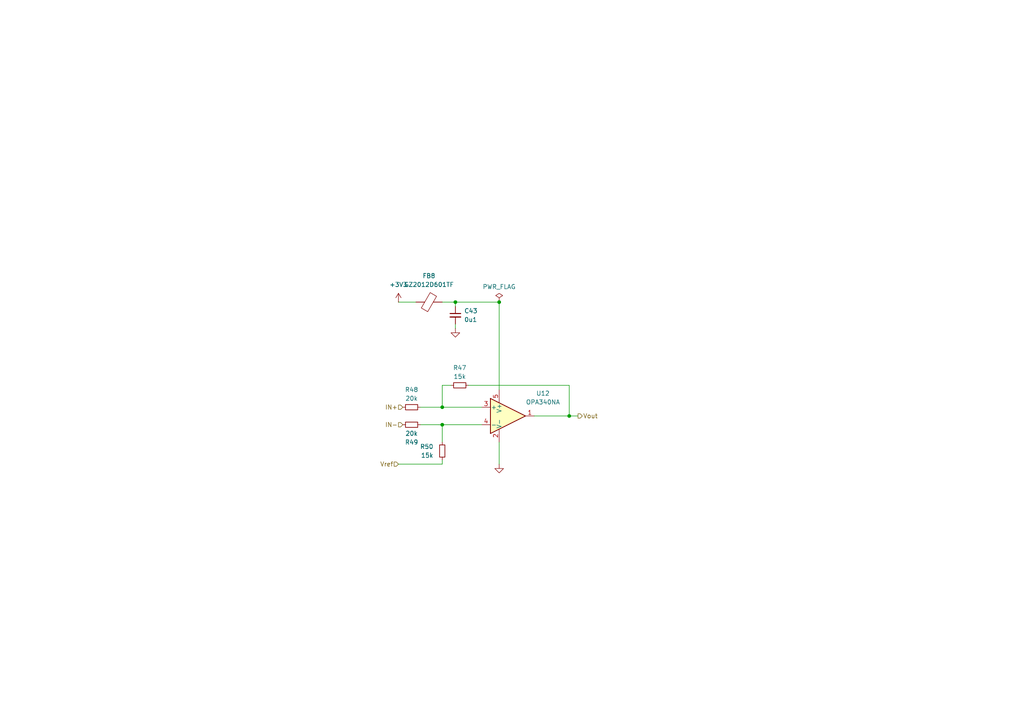
<source format=kicad_sch>
(kicad_sch (version 20231120) (generator "eeschema") (generator_version "8.0")
  (paper "A4")
  (title_block (title "INV_MainBoard") (date "2024-11-16") (rev "1.0") (company "NTURacing Team") (comment 1 "郭哲明 Jack Kuo") (comment 2 "Powertrain Group"))
  (lib_symbols
    (symbol "Amplifier_Operational:OPA340NA" (pin_names (offset 0.127))
      (property "Reference" "U" (at -1.27 6.35 0))
      (property "Value" "OPA340NA" (at -1.27 3.81 0))
      (symbol "OPA340NA_0_1"
        (polyline (pts (xy -5.08 5.08) (xy 5.08 0) (xy -5.08 -5.08) (xy -5.08 5.08)) (stroke (width 0.254)) (fill (type background)))
        (pin power_in line (at -2.54 -7.62 90) (length 3.81) (name "V-") (number "2"))
        (pin power_in line (at -2.54 7.62 270) (length 3.81) (name "V+") (number "5"))
      )
      (symbol "OPA340NA_1_1"
        (pin output line (at 7.62 0 180) (length 2.54) (name "~") (number "1"))
        (pin input line (at -7.62 2.54 0) (length 2.54) (name "+") (number "3"))
        (pin input line (at -7.62 -2.54 0) (length 2.54) (name "-") (number "4"))
      )
    )
    (symbol "Device:C_Small" (pin_numbers hide) (pin_names (offset 0.254) hide)
      (property "Reference" "C" (at 0.254 1.778 0))
      (property "Value" "C_Small" (at 0.254 -2.032 0))
      (symbol "C_Small_0_1"
        (polyline (pts (xy -1.524 -0.508) (xy 1.524 -0.508)) (stroke (width 0.3302)))
        (polyline (pts (xy -1.524 0.508) (xy 1.524 0.508)) (stroke (width 0.3048)))
      )
      (symbol "C_Small_1_1"
        (pin passive line (at 0 2.54 270) (length 2.032) (name "~") (number "1"))
        (pin passive line (at 0 -2.54 90) (length 2.032) (name "~") (number "2"))
      )
    )
    (symbol "Device:FerriteBead" (pin_numbers hide) (pin_names (offset 0))
      (property "Reference" "FB" (at -3.81 0.635 90))
      (property "Value" "FerriteBead" (at 3.81 0 90))
      (symbol "FerriteBead_0_1"
        (polyline (pts (xy 0 -1.27) (xy 0 -1.2192)))
        (polyline (pts (xy 0 1.27) (xy 0 1.2954)))
        (polyline (pts (xy -2.7686 0.4064) (xy -1.7018 2.2606) (xy 2.7686 -0.3048) (xy 1.6764 -2.159) (xy -2.7686 0.4064)))
      )
      (symbol "FerriteBead_1_1"
        (pin passive line (at 0 3.81 270) (length 2.54) (name "~") (number "1"))
        (pin passive line (at 0 -3.81 90) (length 2.54) (name "~") (number "2"))
      )
    )
    (symbol "Device:R_Small" (pin_numbers hide) (pin_names (offset 0.254) hide)
      (property "Reference" "R" (at 0.762 0.508 0))
      (property "Value" "R_Small" (at 0.762 -1.016 0))
      (symbol "R_Small_0_1"
        (rectangle (start -0.762 1.778) (end 0.762 -1.778) (stroke (width 0.2032)))
      )
      (symbol "R_Small_1_1"
        (pin passive line (at 0 2.54 270) (length 0.762) (name "~") (number "1"))
        (pin passive line (at 0 -2.54 90) (length 0.762) (name "~") (number "2"))
      )
    )
    (symbol "power:+3V3" (power) (pin_numbers hide) (pin_names (offset 0) hide)
      (property "Value" "+3V3" (at 0 3.556 0))
      (symbol "+3V3_0_1"
        (polyline (pts (xy -0.762 1.27) (xy 0 2.54)))
        (polyline (pts (xy 0 0) (xy 0 2.54)))
        (polyline (pts (xy 0 2.54) (xy 0.762 1.27)))
      )
      (symbol "+3V3_1_1"
        (pin power_in line (at 0 0 90) (length 0) (name "~") (number "1"))
      )
    )
    (symbol "power:GND" (power) (pin_numbers hide) (pin_names (offset 0) hide)
      (property "Value" "GND" (at 0 -3.81 0))
      (symbol "GND_0_1"
        (polyline (pts (xy 0 0) (xy 0 -1.27) (xy 1.27 -1.27) (xy 0 -2.54) (xy -1.27 -1.27) (xy 0 -1.27)))
      )
      (symbol "GND_1_1"
        (pin power_in line (at 0 0 270) (length 0) (name "~") (number "1"))
      )
    )
    (symbol "power:PWR_FLAG" (power) (pin_numbers hide) (pin_names (offset 0) hide)
      (property "Value" "PWR_FLAG" (at 0 3.81 0))
      (symbol "PWR_FLAG_0_0"
        (pin power_out line (at 0 0 90) (length 0) (name "~") (number "1"))
      )
      (symbol "PWR_FLAG_0_1"
        (polyline (pts (xy 0 0) (xy 0 1.27) (xy -1.016 1.905) (xy 0 2.54) (xy 1.016 1.905) (xy 0 1.27)))
      )
    )
  )
  (junction (at 144.78 87.63))
  (junction (at 128.27 123.19))
  (junction (at 128.27 118.11))
  (junction (at 165.1 120.65))
  (junction (at 132.08 87.63))
  (wire (pts (xy 128.27 134.62) (xy 128.27 133.35)))
  (wire (pts (xy 135.89 111.76) (xy 165.1 111.76)))
  (wire (pts (xy 144.78 87.63) (xy 144.78 113.03)))
  (wire (pts (xy 165.1 120.65) (xy 154.94 120.65)))
  (wire (pts (xy 115.57 87.63) (xy 120.65 87.63)))
  (wire (pts (xy 121.92 123.19) (xy 128.27 123.19)))
  (wire (pts (xy 128.27 118.11) (xy 139.7 118.11)))
  (wire (pts (xy 139.7 123.19) (xy 128.27 123.19)))
  (wire (pts (xy 130.81 111.76) (xy 128.27 111.76)))
  (wire (pts (xy 132.08 87.63) (xy 144.78 87.63)))
  (wire (pts (xy 115.57 134.62) (xy 128.27 134.62)))
  (wire (pts (xy 132.08 88.9) (xy 132.08 87.63)))
  (wire (pts (xy 128.27 87.63) (xy 132.08 87.63)))
  (wire (pts (xy 132.08 95.25) (xy 132.08 93.98)))
  (wire (pts (xy 144.78 134.62) (xy 144.78 128.27)))
  (wire (pts (xy 128.27 123.19) (xy 128.27 128.27)))
  (wire (pts (xy 121.92 118.11) (xy 128.27 118.11)))
  (wire (pts (xy 165.1 111.76) (xy 165.1 120.65)))
  (wire (pts (xy 128.27 111.76) (xy 128.27 118.11)))
  (wire (pts (xy 167.64 120.65) (xy 165.1 120.65)))
  (hierarchical_label "Vout" (shape output) (at 167.64 120.65 0))
  (hierarchical_label "Vref" (shape input) (at 115.57 134.62 180))
  (hierarchical_label "IN+" (shape input) (at 116.84 118.11 180))
  (hierarchical_label "IN-" (shape input) (at 116.84 123.19 180))
  (symbol (lib_id "power:+3V3") (at 115.57 87.63 0) (unit 1)
    (property "Reference" "#PWR0100" (effects (hide yes)))
    (property "Value" "+3V3" (at 115.57 82.55 0))
    (property "Description" "Power symbol creates a global label with name \"+3V3\"" (effects (hide yes)))
    (instances (project "INV_MainBoard_STM32" (path "" (reference "#PWR0100") (unit 1)) (path "" (reference "#PWR091") (unit 1)) (path "" (reference "#PWR097") (unit 1)) (path "" (reference "#PWR094") (unit 1))))
  )
  (symbol (lib_id "power:PWR_FLAG") (at 144.78 87.63 0) (mirror y) (unit 1)
    (property "Reference" "#FLG019" (effects (hide yes)))
    (property "Value" "PWR_FLAG" (at 144.78 83.185 0))
    (property "Description" "Special symbol for telling ERC where power comes from" (effects (hide yes)))
    (instances (project "INV_MainBoard_STM32" (path "" (reference "#FLG019") (unit 1)) (path "" (reference "#FLG016") (unit 1)) (path "" (reference "#FLG018") (unit 1)) (path "" (reference "#FLG017") (unit 1))))
  )
  (symbol (lib_id "Device:R_Small") (at 133.35 111.76 90) (mirror x) (unit 1)
    (property "Reference" "R47" (at 133.35 106.68 90))
    (property "Value" "15k" (at 133.35 109.22 90))
    (property "Footprint" "Resistor_SMD:R_0402_1005Metric" (effects (hide yes)))
    (property "Description" "Resistor, small symbol" (effects (hide yes)))
    (instances (project "INV_MainBoard_STM32" (path "" (reference "R47") (unit 1)) (path "" (reference "R35") (unit 1)) (path "" (reference "R43") (unit 1)) (path "" (reference "R39") (unit 1))))
  )
  (symbol (lib_id "power:GND") (at 132.08 95.25 0) (unit 1)
    (property "Reference" "#PWR0101" (effects (hide yes)))
    (property "Value" "GND" (effects (hide yes)))
    (property "Description" "Power symbol creates a global label with name \"GND\" , ground" (effects (hide yes)))
    (instances (project "INV_MainBoard_STM32" (path "" (reference "#PWR0101") (unit 1)) (path "" (reference "#PWR092") (unit 1)) (path "" (reference "#PWR098") (unit 1)) (path "" (reference "#PWR095") (unit 1))))
  )
  (symbol (lib_id "Device:R_Small") (at 119.38 118.11 90) (mirror x) (unit 1)
    (property "Reference" "R48" (at 119.38 113.03 90))
    (property "Value" "20k" (at 119.38 115.57 90))
    (property "Footprint" "Resistor_SMD:R_0402_1005Metric" (effects (hide yes)))
    (property "Description" "Resistor, small symbol" (effects (hide yes)))
    (instances (project "INV_MainBoard_STM32" (path "" (reference "R48") (unit 1)) (path "" (reference "R36") (unit 1)) (path "" (reference "R44") (unit 1)) (path "" (reference "R40") (unit 1))))
  )
  (symbol (lib_id "Device:R_Small") (at 119.38 123.19 90) (unit 1)
    (property "Reference" "R49" (at 119.38 128.27 90))
    (property "Value" "20k" (at 119.38 125.73 90))
    (property "Footprint" "Resistor_SMD:R_0402_1005Metric" (effects (hide yes)))
    (property "Description" "Resistor, small symbol" (effects (hide yes)))
    (instances (project "INV_MainBoard_STM32" (path "" (reference "R49") (unit 1)) (path "" (reference "R37") (unit 1)) (path "" (reference "R45") (unit 1)) (path "" (reference "R41") (unit 1))))
  )
  (symbol (lib_id "Device:R_Small") (at 128.27 130.81 0) (mirror y) (unit 1)
    (property "Reference" "R50" (at 125.73 129.54 0) (effects (justify left)))
    (property "Value" "15k" (at 125.73 132.08 0) (effects (justify left)))
    (property "Footprint" "Resistor_SMD:R_0402_1005Metric" (effects (hide yes)))
    (property "Description" "Resistor, small symbol" (effects (hide yes)))
    (instances (project "INV_MainBoard_STM32" (path "" (reference "R50") (unit 1)) (path "" (reference "R38") (unit 1)) (path "" (reference "R46") (unit 1)) (path "" (reference "R42") (unit 1))))
  )
  (symbol (lib_id "power:GND") (at 144.78 134.62 0) (unit 1)
    (property "Reference" "#PWR0102" (effects (hide yes)))
    (property "Value" "GND" (effects (hide yes)))
    (property "Description" "Power symbol creates a global label with name \"GND\" , ground" (effects (hide yes)))
    (instances (project "INV_MainBoard_STM32" (path "" (reference "#PWR0102") (unit 1)) (path "" (reference "#PWR093") (unit 1)) (path "" (reference "#PWR099") (unit 1)) (path "" (reference "#PWR096") (unit 1))))
  )
  (symbol (lib_id "Device:C_Small") (at 132.08 91.44 0) (unit 1)
    (property "Reference" "C43" (at 134.62 90.1763 0) (effects (justify left)))
    (property "Value" "0u1" (at 134.62 92.7163 0) (effects (justify left)))
    (property "Footprint" "Capacitor_SMD:C_0402_1005Metric" (effects (hide yes)))
    (property "Description" "Unpolarized capacitor, small symbol" (effects (hide yes)))
    (instances (project "INV_MainBoard_STM32" (path "" (reference "C43") (unit 1)) (path "" (reference "C40") (unit 1)) (path "" (reference "C42") (unit 1)) (path "" (reference "C41") (unit 1))))
  )
  (symbol (lib_id "Amplifier_Operational:OPA340NA") (at 147.32 120.65 0) (unit 1)
    (property "Reference" "U12" (at 157.48 114.0927 0))
    (property "Value" "OPA340NA" (at 157.48 116.6327 0))
    (property "Footprint" "Package_TO_SOT_SMD:SOT-23-5" (effects (hide yes)))
    (property "Datasheet" "http://www.ti.com/lit/ds/symlink/opa340.pdf" (effects (hide yes)))
    (property "Description" "Single Single-Supply, Rail-to-Rail Operational Amplifier, MicroAmplifier Series, SOT-23-5" (effects (hide yes)))
    (instances (project "INV_MainBoard_STM32" (path "" (reference "U12") (unit 1)) (path "" (reference "U9") (unit 1)) (path "" (reference "U11") (unit 1)) (path "" (reference "U10") (unit 1))))
  )
  (symbol (lib_id "Device:FerriteBead") (at 124.46 87.63 90) (unit 1)
    (property "Reference" "FB8" (at 124.4092 80.01 90))
    (property "Value" "GZ2012D601TF" (at 124.4092 82.55 90))
    (property "Footprint" "Inductor_SMD:L_0805_2012Metric" (effects (hide yes)))
    (property "Description" "Ferrite bead" (effects (hide yes)))
    (instances (project "INV_MainBoard_STM32" (path "" (reference "FB8") (unit 1)) (path "" (reference "FB5") (unit 1)) (path "" (reference "FB7") (unit 1)) (path "" (reference "FB6") (unit 1))))
  )
)
</source>
